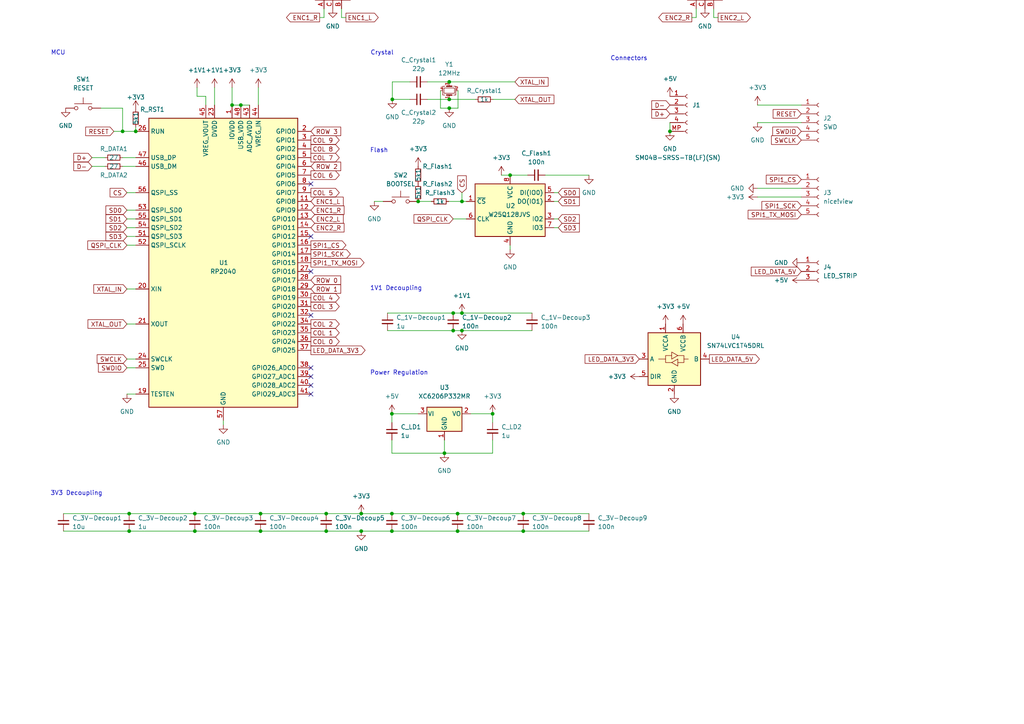
<source format=kicad_sch>
(kicad_sch (version 20250114) (generator "eeschema") (generator_version "9.0")
  (paper "A4")
  (text "Power Regulation\n" (at 107.315 108.966 0) (effects (font (size 1.27 1.27)) (justify left bottom)))
  (text "Flash" (at 107.315 44.45 0) (effects (font (size 1.27 1.27)) (justify left bottom)))
  (text "MCU" (at 14.732 16.129 0) (effects (font (size 1.27 1.27)) (justify left bottom)))
  (text "3V3 Decoupling" (at 14.605 143.891 0) (effects (font (size 1.27 1.27)) (justify left bottom)))
  (text "Connectors\n" (at 177.038 17.78 0) (effects (font (size 1.27 1.27)) (justify left bottom)))
  (text "1V1 Decoupling\n" (at 107.315 84.455 0) (effects (font (size 1.27 1.27)) (justify left bottom)))
  (text "Crystal\n" (at 107.442 16.129 0) (effects (font (size 1.27 1.27)) (justify left bottom)))
  (junction (at 132.715 148.971))
  (junction (at 113.665 148.971))
  (junction (at 67.31 30.48))
  (junction (at 118.11 -74.93))
  (junction (at 75.565 154.051))
  (junction (at 75.565 148.971))
  (junction (at 101.6 -67.31))
  (junction (at 166.37 -49.53))
  (junction (at 226.06 -39.37))
  (junction (at 37.465 148.971))
  (junction (at 204.47 -26.67))
  (junction (at 133.985 58.42))
  (junction (at 101.6 -49.53))
  (junction (at 132.715 154.051))
  (junction (at 74.93 -57.15))
  (junction (at 161.29 -57.15))
  (junction (at 226.06 -74.93))
  (junction (at 252.73 -67.31))
  (junction (at 96.52 -74.93))
  (junction (at 182.88 -57.15))
  (junction (at 94.615 148.971))
  (junction (at 130.302 28.829))
  (junction (at 194.31 38.1))
  (junction (at 147.955 50.8))
  (junction (at 226.06 -21.59))
  (junction (at 209.55 -67.31))
  (junction (at 182.88 -39.37))
  (junction (at 151.765 154.051))
  (junction (at 204.47 -39.37))
  (junction (at 139.7 -39.37))
  (junction (at 209.55 -49.53))
  (junction (at 139.7 -74.93))
  (junction (at 166.37 -85.09))
  (junction (at 58.42 -49.53))
  (junction (at 104.775 154.051))
  (junction (at 209.55 -85.09))
  (junction (at 133.985 90.805))
  (junction (at 58.42 -85.09))
  (junction (at 69.85 30.48))
  (junction (at 142.875 120.015))
  (junction (at 113.665 120.015))
  (junction (at 101.6 -85.09))
  (junction (at 96.52 -26.67))
  (junction (at 182.88 -74.93))
  (junction (at 56.515 148.971))
  (junction (at 74.93 -74.93))
  (junction (at 118.11 -57.15))
  (junction (at 74.93 -21.59))
  (junction (at 104.775 148.971))
  (junction (at 123.19 -85.09))
  (junction (at 139.7 -57.15))
  (junction (at 35.56 38.1))
  (junction (at 118.11 -39.37))
  (junction (at 161.29 -39.37))
  (junction (at 130.302 31.369))
  (junction (at 252.73 -85.09))
  (junction (at 166.37 -67.31))
  (junction (at 139.7 -21.59))
  (junction (at 161.29 -74.93))
  (junction (at 96.52 -57.15))
  (junction (at 39.37 38.1))
  (junction (at 131.445 95.885))
  (junction (at 96.52 -39.37))
  (junction (at 113.792 28.829))
  (junction (at 204.47 -21.59))
  (junction (at 187.96 -85.09))
  (junction (at 204.47 -57.15))
  (junction (at 187.96 -67.31))
  (junction (at 231.14 -85.09))
  (junction (at 130.302 23.749))
  (junction (at 128.905 131.445))
  (junction (at 151.765 148.971))
  (junction (at 209.55 -31.75))
  (junction (at 58.42 -67.31))
  (junction (at 144.78 -67.31))
  (junction (at 123.19 -67.31))
  (junction (at 231.14 -67.31))
  (junction (at 252.73 -49.53))
  (junction (at 80.01 -49.53))
  (junction (at 53.34 -39.37))
  (junction (at 94.615 154.051))
  (junction (at 37.465 154.051))
  (junction (at 161.29 -21.59))
  (junction (at 204.47 -74.93))
  (junction (at 144.78 -85.09))
  (junction (at 133.985 95.885))
  (junction (at 113.665 154.051))
  (junction (at 121.285 58.42))
  (junction (at 53.34 -21.59))
  (junction (at 80.01 -85.09))
  (junction (at 56.515 154.051))
  (junction (at 53.34 -74.93))
  (junction (at 101.6 -31.75))
  (junction (at 231.14 -49.53))
  (junction (at 53.34 -57.15))
  (junction (at 226.06 -57.15))
  (junction (at 74.93 -39.37))
  (junction (at 144.78 -49.53))
  (junction (at 131.445 90.805))
  (junction (at 96.52 -21.59))
  (junction (at 80.01 -67.31))
  (no_connect (at 90.17 91.44))
  (no_connect (at 90.17 68.58))
  (no_connect (at 90.17 106.68))
  (no_connect (at 90.17 109.22))
  (no_connect (at 90.17 78.74))
  (no_connect (at 90.17 53.34))
  (no_connect (at 90.17 111.76))
  (no_connect (at 90.17 114.3))
  (wire (pts (xy 132.842 31.369) (xy 130.302 31.369)))
  (wire (pts (xy 219.71 57.15) (xy 232.41 57.15)))
  (wire (pts (xy 37.465 148.971) (xy 56.515 148.971)))
  (wire (pts (xy 252.73 -85.09) (xy 252.73 -67.31)))
  (wire (pts (xy 45.72 -57.15) (xy 53.34 -57.15)))
  (wire (pts (xy 53.34 -21.59) (xy 74.93 -21.59)))
  (wire (pts (xy 57.15 25.4) (xy 57.15 27.94)))
  (wire (pts (xy 182.88 -74.93) (xy 204.47 -74.93)))
  (wire (pts (xy 67.31 25.4) (xy 67.31 30.48)))
  (wire (pts (xy 80.01 -85.09) (xy 80.01 -67.31)))
  (wire (pts (xy 136.525 120.015) (xy 142.875 120.015)))
  (wire (pts (xy 93.98 5.08) (xy 93.98 2.54)))
  (wire (pts (xy 18.415 148.971) (xy 37.465 148.971)))
  (wire (pts (xy 204.47 -57.15) (xy 226.06 -57.15)))
  (wire (pts (xy 127.762 31.369) (xy 130.302 31.369)))
  (wire (pts (xy 231.14 -49.53) (xy 231.14 -31.75)))
  (wire (pts (xy 118.11 -39.37) (xy 139.7 -39.37)))
  (wire (pts (xy 113.665 154.051) (xy 132.715 154.051)))
  (wire (pts (xy 62.23 25.4) (xy 62.23 30.48)))
  (wire (pts (xy 26.67 48.26) (xy 30.48 48.26)))
  (wire (pts (xy 104.775 148.971) (xy 113.665 148.971)))
  (wire (pts (xy 113.792 23.749) (xy 113.792 28.829)))
  (wire (pts (xy 182.88 -57.15) (xy 204.47 -57.15)))
  (wire (pts (xy 161.29 -74.93) (xy 182.88 -74.93)))
  (wire (pts (xy 130.302 28.829) (xy 137.922 28.829)))
  (wire (pts (xy 99.06 5.08) (xy 99.06 2.54)))
  (wire (pts (xy 187.96 -67.31) (xy 187.96 -49.53)))
  (wire (pts (xy 219.71 54.61) (xy 232.41 54.61)))
  (wire (pts (xy 204.47 -74.93) (xy 226.06 -74.93)))
  (wire (pts (xy 144.78 -49.53) (xy 144.78 -31.75)))
  (wire (pts (xy 35.56 31.369) (xy 35.56 38.1)))
  (wire (pts (xy 74.93 -74.93) (xy 96.52 -74.93)))
  (wire (pts (xy 139.7 -57.15) (xy 161.29 -57.15)))
  (wire (pts (xy 147.955 50.8) (xy 153.035 50.8)))
  (wire (pts (xy 131.445 90.805) (xy 133.985 90.805)))
  (wire (pts (xy 18.415 154.051) (xy 37.465 154.051)))
  (wire (pts (xy 113.792 23.749) (xy 118.872 23.749)))
  (wire (pts (xy 123.19 -67.31) (xy 123.19 -49.53)))
  (wire (pts (xy 131.445 63.5) (xy 135.255 63.5)))
  (wire (pts (xy 147.955 71.12) (xy 147.955 72.39)))
  (wire (pts (xy 74.93 -57.15) (xy 96.52 -57.15)))
  (wire (pts (xy 36.83 71.12) (xy 39.37 71.12)))
  (wire (pts (xy 132.715 148.971) (xy 151.765 148.971)))
  (wire (pts (xy 133.985 90.805) (xy 154.305 90.805)))
  (wire (pts (xy 209.55 -12.7) (xy 209.55 -31.75)))
  (wire (pts (xy 139.7 -21.59) (xy 161.29 -21.59)))
  (wire (pts (xy 231.14 -67.31) (xy 231.14 -49.53)))
  (wire (pts (xy 37.465 154.051) (xy 56.515 154.051)))
  (wire (pts (xy 94.615 148.971) (xy 104.775 148.971)))
  (wire (pts (xy 123.19 -85.09) (xy 123.19 -67.31)))
  (wire (pts (xy 75.565 148.971) (xy 94.615 148.971)))
  (wire (pts (xy 36.83 106.68) (xy 39.37 106.68)))
  (wire (pts (xy 113.665 120.015) (xy 121.285 120.015)))
  (wire (pts (xy 252.73 -67.31) (xy 252.73 -49.53)))
  (wire (pts (xy 45.72 -39.37) (xy 53.34 -39.37)))
  (wire (pts (xy 226.06 -21.59) (xy 247.65 -21.59)))
  (wire (pts (xy 204.47 -21.59) (xy 226.06 -21.59)))
  (wire (pts (xy 36.83 55.88) (xy 39.37 55.88)))
  (wire (pts (xy 101.6 -67.31) (xy 101.6 -49.53)))
  (wire (pts (xy 80.01 -49.53) (xy 80.01 -31.75)))
  (wire (pts (xy 226.06 -74.93) (xy 247.65 -74.93)))
  (wire (pts (xy 151.765 148.971) (xy 170.815 148.971)))
  (wire (pts (xy 36.83 83.82) (xy 39.37 83.82)))
  (wire (pts (xy 118.11 -74.93) (xy 139.7 -74.93)))
  (wire (pts (xy 133.985 55.88) (xy 133.985 58.42)))
  (wire (pts (xy 45.72 -21.59) (xy 53.34 -21.59)))
  (wire (pts (xy 91.44 -12.7) (xy 93.98 -12.7)))
  (wire (pts (xy 128.905 127.635) (xy 128.905 131.445)))
  (wire (pts (xy 123.952 23.749) (xy 130.302 23.749)))
  (wire (pts (xy 118.11 -57.15) (xy 139.7 -57.15)))
  (wire (pts (xy 104.775 154.051) (xy 113.665 154.051)))
  (wire (pts (xy 35.56 48.26) (xy 39.37 48.26)))
  (wire (pts (xy 209.55 -91.44) (xy 209.55 -85.09)))
  (wire (pts (xy 123.19 -91.44) (xy 123.19 -85.09)))
  (wire (pts (xy 201.93 5.08) (xy 201.93 2.54)))
  (wire (pts (xy 145.415 50.8) (xy 147.955 50.8)))
  (wire (pts (xy 58.42 -67.31) (xy 58.42 -49.53)))
  (wire (pts (xy 166.37 -67.31) (xy 166.37 -49.53)))
  (wire (pts (xy 142.875 122.555) (xy 142.875 120.015)))
  (wire (pts (xy 96.52 -57.15) (xy 118.11 -57.15)))
  (wire (pts (xy 58.42 -91.44) (xy 58.42 -85.09)))
  (wire (pts (xy 33.02 38.1) (xy 35.56 38.1)))
  (wire (pts (xy 108.585 58.42) (xy 111.125 58.42)))
  (wire (pts (xy 91.44 -12.7) (xy 91.44 -26.67)))
  (wire (pts (xy 182.88 -39.37) (xy 204.47 -39.37)))
  (wire (pts (xy 209.55 -85.09) (xy 209.55 -67.31)))
  (wire (pts (xy 139.7 -39.37) (xy 161.29 -39.37)))
  (wire (pts (xy 91.44 -26.67) (xy 96.52 -26.67)))
  (wire (pts (xy 67.31 30.48) (xy 69.85 30.48)))
  (wire (pts (xy 121.285 58.42) (xy 125.095 58.42)))
  (wire (pts (xy 160.655 58.42) (xy 161.925 58.42)))
  (wire (pts (xy 75.565 154.051) (xy 94.615 154.051)))
  (wire (pts (xy 187.96 -91.44) (xy 187.96 -85.09)))
  (wire (pts (xy 160.655 55.88) (xy 161.925 55.88)))
  (wire (pts (xy 58.42 -49.53) (xy 58.42 -31.75)))
  (wire (pts (xy 144.78 -91.44) (xy 144.78 -85.09)))
  (wire (pts (xy 199.39 -12.7) (xy 201.93 -12.7)))
  (wire (pts (xy 94.615 154.051) (xy 104.775 154.051)))
  (wire (pts (xy 69.85 30.48) (xy 72.39 30.48)))
  (wire (pts (xy 144.78 -85.09) (xy 144.78 -67.31)))
  (wire (pts (xy 219.71 35.56) (xy 232.41 35.56)))
  (wire (pts (xy 35.56 45.72) (xy 39.37 45.72)))
  (wire (pts (xy 131.445 95.885) (xy 133.985 95.885)))
  (wire (pts (xy 158.115 50.8) (xy 170.815 50.8)))
  (wire (pts (xy 130.302 23.749) (xy 149.352 23.749)))
  (wire (pts (xy 160.655 63.5) (xy 161.925 63.5)))
  (wire (pts (xy 80.01 -67.31) (xy 80.01 -49.53)))
  (wire (pts (xy 207.01 5.08) (xy 207.01 2.54)))
  (wire (pts (xy 209.55 -67.31) (xy 209.55 -49.53)))
  (wire (pts (xy 80.01 -91.44) (xy 80.01 -85.09)))
  (wire (pts (xy 45.72 -74.93) (xy 53.34 -74.93)))
  (wire (pts (xy 59.69 27.94) (xy 57.15 27.94)))
  (wire (pts (xy 53.34 -57.15) (xy 74.93 -57.15)))
  (wire (pts (xy 143.002 28.829) (xy 149.352 28.829)))
  (wire (pts (xy 207.01 -12.7) (xy 209.55 -12.7)))
  (wire (pts (xy 204.47 -39.37) (xy 226.06 -39.37)))
  (wire (pts (xy 36.83 60.96) (xy 39.37 60.96)))
  (wire (pts (xy 226.06 -39.37) (xy 247.65 -39.37)))
  (wire (pts (xy 101.6 -12.7) (xy 99.06 -12.7)))
  (wire (pts (xy 56.515 154.051) (xy 75.565 154.051)))
  (wire (pts (xy 59.69 30.48) (xy 59.69 27.94)))
  (wire (pts (xy 161.29 -39.37) (xy 182.88 -39.37)))
  (wire (pts (xy 194.31 35.56) (xy 194.31 38.1)))
  (wire (pts (xy 36.83 114.3) (xy 39.37 114.3)))
  (wire (pts (xy 53.34 -74.93) (xy 74.93 -74.93)))
  (wire (pts (xy 133.985 58.42) (xy 135.255 58.42)))
  (wire (pts (xy 36.83 66.04) (xy 39.37 66.04)))
  (wire (pts (xy 209.55 -49.53) (xy 209.55 -31.75)))
  (wire (pts (xy 199.39 -26.67) (xy 204.47 -26.67)))
  (wire (pts (xy 96.52 -74.93) (xy 118.11 -74.93)))
  (wire (pts (xy 112.395 95.885) (xy 131.445 95.885)))
  (wire (pts (xy 166.37 -49.53) (xy 166.37 -31.75)))
  (wire (pts (xy 226.06 -57.15) (xy 247.65 -57.15)))
  (wire (pts (xy 252.73 -91.44) (xy 252.73 -85.09)))
  (wire (pts (xy 36.83 104.14) (xy 39.37 104.14)))
  (wire (pts (xy 142.875 127.635) (xy 142.875 131.445)))
  (wire (pts (xy 113.792 28.829) (xy 118.872 28.829)))
  (wire (pts (xy 127.762 26.289) (xy 127.762 31.369)))
  (wire (pts (xy 112.395 90.805) (xy 131.445 90.805)))
  (wire (pts (xy 101.6 -49.53) (xy 101.6 -31.75)))
  (wire (pts (xy 208.28 5.08) (xy 207.01 5.08)))
  (wire (pts (xy 36.83 68.58) (xy 39.37 68.58)))
  (wire (pts (xy 56.515 148.971) (xy 75.565 148.971)))
  (wire (pts (xy 26.67 45.72) (xy 30.48 45.72)))
  (wire (pts (xy 101.6 -85.09) (xy 101.6 -67.31)))
  (wire (pts (xy 113.665 127.635) (xy 113.665 131.445)))
  (wire (pts (xy 139.7 -74.93) (xy 161.29 -74.93)))
  (wire (pts (xy 231.14 -91.44) (xy 231.14 -85.09)))
  (wire (pts (xy 35.56 38.1) (xy 39.37 38.1)))
  (wire (pts (xy 199.39 -12.7) (xy 199.39 -26.67)))
  (wire (pts (xy 132.842 26.289) (xy 132.842 31.369)))
  (wire (pts (xy 187.96 -85.09) (xy 187.96 -67.31)))
  (wire (pts (xy 96.52 -39.37) (xy 118.11 -39.37)))
  (wire (pts (xy 100.33 5.08) (xy 99.06 5.08)))
  (wire (pts (xy 128.905 131.445) (xy 142.875 131.445)))
  (wire (pts (xy 200.66 5.08) (xy 201.93 5.08)))
  (wire (pts (xy 219.71 30.48) (xy 232.41 30.48)))
  (wire (pts (xy 58.42 -85.09) (xy 58.42 -67.31)))
  (wire (pts (xy 101.6 -91.44) (xy 101.6 -85.09)))
  (wire (pts (xy 74.93 -21.59) (xy 96.52 -21.59)))
  (wire (pts (xy 53.34 -39.37) (xy 74.93 -39.37)))
  (wire (pts (xy 133.985 95.885) (xy 154.305 95.885)))
  (wire (pts (xy 113.665 148.971) (xy 132.715 148.971)))
  (wire (pts (xy 166.37 -91.44) (xy 166.37 -85.09)))
  (wire (pts (xy 130.175 58.42) (xy 133.985 58.42)))
  (wire (pts (xy 113.665 120.015) (xy 113.665 122.555)))
  (wire (pts (xy 101.6 -12.7) (xy 101.6 -31.75)))
  (wire (pts (xy 36.83 93.98) (xy 39.37 93.98)))
  (wire (pts (xy 252.73 -49.53) (xy 252.73 -31.75)))
  (wire (pts (xy 151.765 154.051) (xy 170.815 154.051)))
  (wire (pts (xy 96.52 -21.59) (xy 139.7 -21.59)))
  (wire (pts (xy 231.14 -85.09) (xy 231.14 -67.31)))
  (wire (pts (xy 74.93 25.4) (xy 74.93 30.48)))
  (wire (pts (xy 144.78 -67.31) (xy 144.78 -49.53)))
  (wire (pts (xy 29.21 31.369) (xy 35.56 31.369)))
  (wire (pts (xy 161.29 -57.15) (xy 182.88 -57.15)))
  (wire (pts (xy 36.83 63.5) (xy 39.37 63.5)))
  (wire (pts (xy 160.655 66.04) (xy 161.925 66.04)))
  (wire (pts (xy 113.665 131.445) (xy 128.905 131.445)))
  (wire (pts (xy 161.29 -21.59) (xy 204.47 -21.59)))
  (wire (pts (xy 74.93 -39.37) (xy 96.52 -39.37)))
  (wire (pts (xy 166.37 -85.09) (xy 166.37 -67.31)))
  (wire (pts (xy 64.77 121.92) (xy 64.77 123.19)))
  (wire (pts (xy 123.952 28.829) (xy 130.302 28.829)))
  (wire (pts (xy 39.37 36.83) (xy 39.37 38.1)))
  (wire (pts (xy 92.71 5.08) (xy 93.98 5.08)))
  (wire (pts (xy 132.715 154.051) (xy 151.765 154.051)))
  (global_label "SWDIO" (shape input) (at 36.83 106.68 180) (property "Intersheetrefs" "${INTERSHEET_REFS}" (effects (hide yes))))
  (global_label "COL 2" (shape input) (at 101.6 -91.44 90) (property "Intersheetrefs" "${INTERSHEET_REFS}" (effects (hide yes))))
  (global_label "XTAL_IN" (shape input) (at 36.83 83.82 180) (property "Intersheetrefs" "${INTERSHEET_REFS}" (effects (hide yes))))
  (global_label "COL 0" (shape input) (at 58.42 -91.44 90) (property "Intersheetrefs" "${INTERSHEET_REFS}" (effects (hide yes))))
  (global_label "SPI1_CS" (shape output) (at 90.17 71.12 0) (property "Intersheetrefs" "${INTERSHEET_REFS}" (effects (hide yes))))
  (global_label "QSPI_CLK" (shape input) (at 36.83 71.12 180) (property "Intersheetrefs" "${INTERSHEET_REFS}" (effects (hide yes))))
  (global_label "ROW 2" (shape input) (at 90.17 48.26 0) (property "Intersheetrefs" "${INTERSHEET_REFS}" (effects (hide yes))))
  (global_label "SWDIO" (shape input) (at 232.41 38.1 180) (property "Intersheetrefs" "${INTERSHEET_REFS}" (effects (hide yes))))
  (global_label "COL 6" (shape output) (at 90.17 50.8 0) (property "Intersheetrefs" "${INTERSHEET_REFS}" (effects (hide yes))))
  (global_label "SWCLK" (shape input) (at 232.41 40.64 180) (property "Intersheetrefs" "${INTERSHEET_REFS}" (effects (hide yes))))
  (global_label "D-" (shape input) (at 194.31 30.48 180) (property "Intersheetrefs" "${INTERSHEET_REFS}" (effects (hide yes))))
  (global_label "COL 3" (shape input) (at 123.19 -91.44 90) (property "Intersheetrefs" "${INTERSHEET_REFS}" (effects (hide yes))))
  (global_label "COL 4" (shape output) (at 90.17 86.36 0) (property "Intersheetrefs" "${INTERSHEET_REFS}" (effects (hide yes))))
  (global_label "SD1" (shape input) (at 161.925 58.42 0) (property "Intersheetrefs" "${INTERSHEET_REFS}" (effects (hide yes))))
  (global_label "D+" (shape input) (at 26.67 45.72 180) (property "Intersheetrefs" "${INTERSHEET_REFS}" (effects (hide yes))))
  (global_label "SPI1_SCK" (shape input) (at 232.41 59.69 180) (property "Intersheetrefs" "${INTERSHEET_REFS}" (effects (hide yes))))
  (global_label "ENC1_R" (shape output) (at 92.71 5.08 180) (property "Intersheetrefs" "${INTERSHEET_REFS}" (effects (hide yes))))
  (global_label "SD0" (shape input) (at 161.925 55.88 0) (property "Intersheetrefs" "${INTERSHEET_REFS}" (effects (hide yes))))
  (global_label "COL 3" (shape output) (at 90.17 88.9 0) (property "Intersheetrefs" "${INTERSHEET_REFS}" (effects (hide yes))))
  (global_label "SD3" (shape input) (at 161.925 66.04 0) (property "Intersheetrefs" "${INTERSHEET_REFS}" (effects (hide yes))))
  (global_label "COL 4" (shape input) (at 144.78 -91.44 90) (property "Intersheetrefs" "${INTERSHEET_REFS}" (effects (hide yes))))
  (global_label "SWCLK" (shape input) (at 36.83 104.14 180) (property "Intersheetrefs" "${INTERSHEET_REFS}" (effects (hide yes))))
  (global_label "ENC2_R" (shape output) (at 200.66 5.08 180) (property "Intersheetrefs" "${INTERSHEET_REFS}" (effects (hide yes))))
  (global_label "RESET" (shape input) (at 33.02 38.1 180) (property "Intersheetrefs" "${INTERSHEET_REFS}" (effects (hide yes))))
  (global_label "SPI1_TX_MOSI" (shape output) (at 90.17 76.2 0) (property "Intersheetrefs" "${INTERSHEET_REFS}" (effects (hide yes))))
  (global_label "SD3" (shape input) (at 36.83 68.58 180) (property "Intersheetrefs" "${INTERSHEET_REFS}" (effects (hide yes))))
  (global_label "COL 1" (shape input) (at 80.01 -91.44 90) (property "Intersheetrefs" "${INTERSHEET_REFS}" (effects (hide yes))))
  (global_label "ENC1_L" (shape output) (at 100.33 5.08 0) (property "Intersheetrefs" "${INTERSHEET_REFS}" (effects (hide yes))))
  (global_label "COL 6" (shape input) (at 187.96 -91.44 90) (property "Intersheetrefs" "${INTERSHEET_REFS}" (effects (hide yes))))
  (global_label "ENC2_L" (shape output) (at 208.28 5.08 0) (property "Intersheetrefs" "${INTERSHEET_REFS}" (effects (hide yes))))
  (global_label "SPI1_CS" (shape input) (at 232.41 52.07 180) (property "Intersheetrefs" "${INTERSHEET_REFS}" (effects (hide yes))))
  (global_label "LED_DATA_5V" (shape input) (at 232.41 78.74 180) (property "Intersheetrefs" "${INTERSHEET_REFS}" (effects (hide yes))))
  (global_label "LED_DATA_5V" (shape output) (at 205.74 104.14 0) (property "Intersheetrefs" "${INTERSHEET_REFS}" (effects (hide yes))))
  (global_label "ROW 0" (shape output) (at 45.72 -74.93 180) (property "Intersheetrefs" "${INTERSHEET_REFS}" (effects (hide yes))))
  (global_label "XTAL_OUT" (shape input) (at 36.83 93.98 180) (property "Intersheetrefs" "${INTERSHEET_REFS}" (effects (hide yes))))
  (global_label "SD1" (shape input) (at 36.83 63.5 180) (property "Intersheetrefs" "${INTERSHEET_REFS}" (effects (hide yes))))
  (global_label "ROW 2" (shape output) (at 45.72 -39.37 180) (property "Intersheetrefs" "${INTERSHEET_REFS}" (effects (hide yes))))
  (global_label "ROW 1" (shape input) (at 90.17 83.82 0) (property "Intersheetrefs" "${INTERSHEET_REFS}" (effects (hide yes))))
  (global_label "SD0" (shape input) (at 36.83 60.96 180) (property "Intersheetrefs" "${INTERSHEET_REFS}" (effects (hide yes))))
  (global_label "COL 5" (shape input) (at 166.37 -91.44 90) (property "Intersheetrefs" "${INTERSHEET_REFS}" (effects (hide yes))))
  (global_label "COL 8" (shape input) (at 231.14 -91.44 90) (property "Intersheetrefs" "${INTERSHEET_REFS}" (effects (hide yes))))
  (global_label "D+" (shape input) (at 194.31 33.02 180) (property "Intersheetrefs" "${INTERSHEET_REFS}" (effects (hide yes))))
  (global_label "SPI1_TX_MOSI" (shape input) (at 232.41 62.23 180) (property "Intersheetrefs" "${INTERSHEET_REFS}" (effects (hide yes))))
  (global_label "COL 9" (shape output) (at 90.17 40.64 0) (property "Intersheetrefs" "${INTERSHEET_REFS}" (effects (hide yes))))
  (global_label "ROW 0" (shape input) (at 90.17 81.28 0) (property "Intersheetrefs" "${INTERSHEET_REFS}" (effects (hide yes))))
  (global_label "COL 7" (shape input) (at 209.55 -91.44 90) (property "Intersheetrefs" "${INTERSHEET_REFS}" (effects (hide yes))))
  (global_label "ROW 3" (shape input) (at 90.17 38.1 0) (property "Intersheetrefs" "${INTERSHEET_REFS}" (effects (hide yes))))
  (global_label "COL 8" (shape output) (at 90.17 43.18 0) (property "Intersheetrefs" "${INTERSHEET_REFS}" (effects (hide yes))))
  (global_label "ENC2_R" (shape input) (at 90.17 66.04 0) (property "Intersheetrefs" "${INTERSHEET_REFS}" (effects (hide yes))))
  (global_label "COL 1" (shape output) (at 90.17 96.52 0) (property "Intersheetrefs" "${INTERSHEET_REFS}" (effects (hide yes))))
  (global_label "ENC1_R" (shape input) (at 90.17 60.96 0) (property "Intersheetrefs" "${INTERSHEET_REFS}" (effects (hide yes))))
  (global_label "COL 2" (shape output) (at 90.17 93.98 0) (property "Intersheetrefs" "${INTERSHEET_REFS}" (effects (hide yes))))
  (global_label "XTAL_IN" (shape input) (at 149.352 23.749 0) (property "Intersheetrefs" "${INTERSHEET_REFS}" (effects (hide yes))))
  (global_label "COL 0" (shape output) (at 90.17 99.06 0) (property "Intersheetrefs" "${INTERSHEET_REFS}" (effects (hide yes))))
  (global_label "SD2" (shape input) (at 161.925 63.5 0) (property "Intersheetrefs" "${INTERSHEET_REFS}" (effects (hide yes))))
  (global_label "ROW 3" (shape output) (at 45.72 -21.59 180) (property "Intersheetrefs" "${INTERSHEET_REFS}" (effects (hide yes))))
  (global_label "RESET" (shape input) (at 232.41 33.02 180) (property "Intersheetrefs" "${INTERSHEET_REFS}" (effects (hide yes))))
  (global_label "SPI1_SCK" (shape output) (at 90.17 73.66 0) (property "Intersheetrefs" "${INTERSHEET_REFS}" (effects (hide yes))))
  (global_label "QSPI_CLK" (shape input) (at 131.445 63.5 180) (property "Intersheetrefs" "${INTERSHEET_REFS}" (effects (hide yes))))
  (global_label "D-" (shape input) (at 26.67 48.26 180) (property "Intersheetrefs" "${INTERSHEET_REFS}" (effects (hide yes))))
  (global_label "SD2" (shape input) (at 36.83 66.04 180) (property "Intersheetrefs" "${INTERSHEET_REFS}" (effects (hide yes))))
  (global_label "CS" (shape input) (at 36.83 55.88 180) (property "Intersheetrefs" "${INTERSHEET_REFS}" (effects (hide yes))))
  (global_label "LED_DATA_3V3" (shape output) (at 90.17 101.6 0) (property "Intersheetrefs" "${INTERSHEET_REFS}" (effects (hide yes))))
  (global_label "COL 7" (shape output) (at 90.17 45.72 0) (property "Intersheetrefs" "${INTERSHEET_REFS}" (effects (hide yes))))
  (global_label "XTAL_OUT" (shape input) (at 149.352 28.829 0) (property "Intersheetrefs" "${INTERSHEET_REFS}" (effects (hide yes))))
  (global_label "CS" (shape input) (at 133.985 55.88 90) (property "Intersheetrefs" "${INTERSHEET_REFS}" (effects (hide yes))))
  (global_label "COL 5" (shape output) (at 90.17 55.88 0) (property "Intersheetrefs" "${INTERSHEET_REFS}" (effects (hide yes))))
  (global_label "COL 9" (shape input) (at 252.73 -91.44 90) (property "Intersheetrefs" "${INTERSHEET_REFS}" (effects (hide yes))))
  (global_label "ENC2_L" (shape input) (at 90.17 63.5 0) (property "Intersheetrefs" "${INTERSHEET_REFS}" (effects (hide yes))))
  (global_label "ROW 1" (shape output) (at 45.72 -57.15 180) (property "Intersheetrefs" "${INTERSHEET_REFS}" (effects (hide yes))))
  (global_label "LED_DATA_3V3" (shape input) (at 185.42 104.14 180) (property "Intersheetrefs" "${INTERSHEET_REFS}" (effects (hide yes))))
  (global_label "ENC1_L" (shape input) (at 90.17 58.42 0) (property "Intersheetrefs" "${INTERSHEET_REFS}" (effects (hide yes))))
  (symbol (lib_id "MX_Alps_Hybrid:MX-NoLED") (at 162.56 -48.26 0) (unit 1)
    (property "Reference" "MX24" (at 163.3982 -53.9242 0) (effects (font (size 1.524 1.524))))
    (property "Value" "MX-NoLED" (at 163.3982 -52.0446 0) (effects (font (size 0.508 0.508))))
    (property "Footprint" "PCM_Switch_Keyboard_Hybrid:SW_Hybrid_Cherry_MX_Alps_1.00u" (effects (hide yes)))
  )
  (symbol (lib_id "Device:C_Small") (at 112.395 93.345 0) (unit 1)
    (property "Reference" "C_1V-Decoup1" (at 114.935 92.0812 0) (effects (justify left)))
    (property "Value" "1u" (at 114.935 94.6212 0) (effects (justify left)))
    (property "Footprint" "Capacitor_SMD:C_0402_1005Metric" (effects (hide yes)))
  )
  (symbol (lib_id "Device:D_Small") (at 53.34 -77.47 90) (unit 1)
    (property "Reference" "D1" (at 55.88 -78.74 90) (effects (justify right)))
    (property "Value" "1N4148W" (at 55.88 -76.2 90) (effects (justify right)))
    (property "Footprint" "Diode_SMD:D_SOD-123" (effects (hide yes)))
  )
  (symbol (lib_id "power:GND") (at 108.585 58.42 0) (unit 1)
    (property "Reference" "#PWR09" (effects (hide yes)))
    (property "Value" "GND" (at 108.585 63.5 0))
  )
  (symbol (lib_id "Device:D_Small") (at 139.7 -59.69 90) (unit 1)
    (property "Reference" "D15" (at 142.24 -60.96 90) (effects (justify right)))
    (property "Value" "1N4148W" (at 142.24 -58.42 90) (effects (justify right)))
    (property "Footprint" "Diode_SMD:D_SOD-123" (effects (hide yes)))
  )
  (symbol (lib_id "Device:D_Small") (at 226.06 -24.13 90) (unit 1)
    (property "Reference" "D35" (at 228.6 -25.4 90) (effects (justify right)))
    (property "Value" "1N4148W" (at 228.6 -22.86 90) (effects (justify right)))
    (property "Footprint" "Diode_SMD:D_SOD-123" (effects (hide yes)))
  )
  (symbol (lib_id "Device:C_Small") (at 121.412 23.749 90) (unit 1)
    (property "Reference" "C_Crystal1" (at 121.4183 17.399 90))
    (property "Value" "22p" (at 121.4183 19.939 90))
    (property "Footprint" "Capacitor_SMD:C_0402_1005Metric" (effects (hide yes)))
  )
  (symbol (lib_id "MX_Alps_Hybrid:MX-NoLED") (at 227.33 -83.82 0) (unit 1)
    (property "Reference" "MX9" (at 228.1682 -89.4842 0) (effects (font (size 1.524 1.524))))
    (property "Value" "MX-NoLED" (at 228.1682 -87.6046 0) (effects (font (size 0.508 0.508))))
    (property "Footprint" "PCM_Switch_Keyboard_Hybrid:SW_Hybrid_Cherry_MX_Alps_1.00u" (effects (hide yes)))
  )
  (symbol (lib_id "MX_Alps_Hybrid:MX-NoLED") (at 205.74 -83.82 0) (unit 1)
    (property "Reference" "MX8" (at 206.5782 -89.4842 0) (effects (font (size 1.524 1.524))))
    (property "Value" "MX-NoLED" (at 206.5782 -87.6046 0) (effects (font (size 0.508 0.508))))
    (property "Footprint" "PCM_Switch_Keyboard_Hybrid:SW_Hybrid_Cherry_MX_Alps_1.00u" (effects (hide yes)))
  )
  (symbol (lib_id "power:+1V1") (at 133.985 90.805 0) (unit 1)
    (property "Reference" "#PWR013" (effects (hide yes)))
    (property "Value" "+1V1" (at 133.985 85.725 0))
  )
  (symbol (lib_id "power:+5V") (at 198.12 93.98 0) (unit 1)
    (property "Reference" "#PWR034" (effects (hide yes)))
    (property "Value" "+5V" (at 198.12 88.9 0))
  )
  (symbol (lib_id "Device:D_Small") (at 139.7 -24.13 90) (unit 1)
    (property "Reference" "D32" (at 142.24 -25.4 90) (effects (justify right)))
    (property "Value" "1N4148W" (at 142.24 -22.86 90) (effects (justify right)))
    (property "Footprint" "Diode_SMD:D_SOD-123" (effects (hide yes)))
  )
  (symbol (lib_id "Device:D_Small") (at 204.47 -59.69 90) (unit 1)
    (property "Reference" "D18" (at 207.01 -60.96 90) (effects (justify right)))
    (property "Value" "1N4148W" (at 207.01 -58.42 90) (effects (justify right)))
    (property "Footprint" "Diode_SMD:D_SOD-123" (effects (hide yes)))
  )
  (symbol (lib_id "Device:C_Small") (at 154.305 93.345 0) (unit 1)
    (property "Reference" "C_1V-Decoup3" (at 156.845 92.0813 0) (effects (justify left)))
    (property "Value" "100n" (at 156.845 94.6213 0) (effects (justify left)))
    (property "Footprint" "Capacitor_SMD:C_0402_1005Metric" (effects (hide yes)))
  )
  (symbol (lib_id "power:+3V3") (at 39.37 31.75 0) (unit 1)
    (property "Reference" "#PWR03" (effects (hide yes)))
    (property "Value" "+3V3" (at 39.37 28.194 0))
  )
  (symbol (lib_id "MX_Alps_Hybrid:MX-NoLED") (at 119.38 -83.82 0) (unit 1)
    (property "Reference" "MX4" (at 120.2182 -89.4842 0) (effects (font (size 1.524 1.524))))
    (property "Value" "MX-NoLED" (at 120.2182 -87.6046 0) (effects (font (size 0.508 0.508))))
    (property "Footprint" "PCM_Switch_Keyboard_Hybrid:SW_Hybrid_Cherry_MX_Alps_1.00u" (effects (hide yes)))
  )
  (symbol (lib_id "MX_Alps_Hybrid:MX-NoLED") (at 54.61 -30.48 0) (unit 1)
    (property "Reference" "MX29" (at 55.4482 -36.1442 0) (effects (font (size 1.524 1.524))))
    (property "Value" "MX-NoLED" (at 55.4482 -34.2646 0) (effects (font (size 0.508 0.508))))
    (property "Footprint" "PCM_Switch_Keyboard_Hybrid:SW_Hybrid_Cherry_MX_Alps_1.00u" (effects (hide yes)))
  )
  (symbol (lib_id "Device:D_Small") (at 204.47 -24.13 90) (unit 1)
    (property "Reference" "D34" (at 207.01 -25.4 90) (effects (justify right)))
    (property "Value" "1N4148W" (at 207.01 -22.86 90) (effects (justify right)))
    (property "Footprint" "Diode_SMD:D_SOD-123" (effects (hide yes)))
  )
  (symbol (lib_id "Connector:Conn_01x03_Socket") (at 237.49 78.74 0) (unit 1)
    (property "Reference" "J4" (at 238.76 77.4699 0) (effects (justify left)))
    (property "Value" "LED_STRIP" (at 238.76 80.0099 0) (effects (justify left)))
    (property "Footprint" "Connector_PinHeader_2.54mm:PinHeader_1x03_P2.54mm_Vertical" (effects (hide yes)))
    (property "Description" "Generic connector, single row, 01x03, script generated" (effects (hide yes)))
  )
  (symbol (lib_id "Connector:Conn_01x05_Female") (at 237.49 35.56 0) (unit 1) (in_bom no)
    (property "Reference" "J2" (at 238.76 34.2899 0) (effects (justify left)))
    (property "Value" "SWD" (at 238.76 36.8299 0) (effects (justify left)))
    (property "Footprint" "Connector_PinHeader_2.54mm:PinHeader_1x05_P2.54mm_Vertical" (effects (hide yes)))
  )
  (symbol (lib_id "Device:D_Small") (at 161.29 -24.13 90) (unit 1)
    (property "Reference" "D33" (at 163.83 -25.4 90) (effects (justify right)))
    (property "Value" "1N4148W" (at 163.83 -22.86 90) (effects (justify right)))
    (property "Footprint" "Diode_SMD:D_SOD-123" (effects (hide yes)))
  )
  (symbol (lib_id "Device:R_Small") (at 140.462 28.829 90) (unit 1)
    (property "Reference" "R_Crystal1" (at 140.462 26.289 90))
    (property "Value" "1k" (at 140.462 28.829 90))
    (property "Footprint" "Resistor_SMD:R_0402_1005Metric" (effects (hide yes)))
  )
  (symbol (lib_id "MX_Alps_Hybrid:MX-NoLED") (at 162.56 -83.82 0) (unit 1)
    (property "Reference" "MX6" (at 163.3982 -89.4842 0) (effects (font (size 1.524 1.524))))
    (property "Value" "MX-NoLED" (at 163.3982 -87.6046 0) (effects (font (size 0.508 0.508))))
    (property "Footprint" "PCM_Switch_Keyboard_Hybrid:SW_Hybrid_Cherry_MX_Alps_1.00u" (effects (hide yes)))
  )
  (symbol (lib_id "Device:D_Small") (at 204.47 -41.91 90) (unit 1)
    (property "Reference" "D26" (at 207.01 -43.18 90) (effects (justify right)))
    (property "Value" "1N4148W" (at 207.01 -40.64 90) (effects (justify right)))
    (property "Footprint" "Diode_SMD:D_SOD-123" (effects (hide yes)))
  )
  (symbol (lib_id "power:GND") (at 195.58 114.3 0) (unit 1)
    (property "Reference" "#PWR032" (effects (hide yes)))
    (property "Value" "GND" (at 195.58 119.38 0))
  )
  (symbol (lib_id "Device:D_Small") (at 96.52 -59.69 90) (unit 1)
    (property "Reference" "D13" (at 99.06 -60.96 90) (effects (justify right)))
    (property "Value" "1N4148W" (at 99.06 -58.42 90) (effects (justify right)))
    (property "Footprint" "Diode_SMD:D_SOD-123" (effects (hide yes)))
  )
  (symbol (lib_id "Device:R_Small") (at 33.02 45.72 90) (unit 1)
    (property "Reference" "R_DATA1" (at 33.02 43.18 90))
    (property "Value" "27" (at 33.02 45.72 90))
    (property "Footprint" "Resistor_SMD:R_0402_1005Metric" (effects (hide yes)))
  )
  (symbol (lib_id "Device:R_Small") (at 121.285 50.8 0) (unit 1)
    (property "Reference" "R_Flash1" (at 122.555 48.26 0) (effects (justify left)))
    (property "Value" "5k1" (at 121.285 50.8 90))
    (property "Footprint" "Resistor_SMD:R_0402_1005Metric" (effects (hide yes)))
  )
  (symbol (lib_id "MX_Alps_Hybrid:MX-NoLED") (at 54.61 -48.26 0) (unit 1)
    (property "Reference" "MX20" (at 55.4482 -53.9242 0) (effects (font (size 1.524 1.524))))
    (property "Value" "MX-NoLED" (at 55.4482 -52.0446 0) (effects (font (size 0.508 0.508))))
    (property "Footprint" "PCM_Switch_Keyboard_Hybrid:SW_Hybrid_Cherry_MX_Alps_1.00u" (effects (hide yes)))
  )
  (symbol (lib_id "power:+1V1") (at 57.15 25.4 0) (unit 1)
    (property "Reference" "#PWR04" (effects (hide yes)))
    (property "Value" "+1V1" (at 57.15 20.32 0))
  )
  (symbol (lib_id "Device:D_Small") (at 74.93 -77.47 90) (unit 1)
    (property "Reference" "D2" (at 77.47 -78.74 90) (effects (justify right)))
    (property "Value" "1N4148W" (at 77.47 -76.2 90) (effects (justify right)))
    (property "Footprint" "Diode_SMD:D_SOD-123" (effects (hide yes)))
  )
  (symbol (lib_id "Device:D_Small") (at 74.93 -24.13 90) (unit 1)
    (property "Reference" "D30" (at 77.47 -25.4 90) (effects (justify right)))
    (property "Value" "1N4148W" (at 77.47 -22.86 90) (effects (justify right)))
    (property "Footprint" "Diode_SMD:D_SOD-123" (effects (hide yes)))
  )
  (symbol (lib_id "MX_Alps_Hybrid:MX-NoLED") (at 248.92 -30.48 0) (unit 1)
    (property "Reference" "MX36" (at 249.7582 -36.1442 0) (effects (font (size 1.524 1.524))))
    (property "Value" "MX-NoLED" (at 249.7582 -34.2646 0) (effects (font (size 0.508 0.508))))
    (property "Footprint" "PCM_Switch_Keyboard_Hybrid:SW_Hybrid_Cherry_MX_Alps_1.00u" (effects (hide yes)))
  )
  (symbol (lib_id "Device:D_Small") (at 96.52 -77.47 90) (unit 1)
    (property "Reference" "D3" (at 99.06 -78.74 90) (effects (justify right)))
    (property "Value" "1N4148W" (at 99.06 -76.2 90) (effects (justify right)))
    (property "Footprint" "Diode_SMD:D_SOD-123" (effects (hide yes)))
  )
  (symbol (lib_id "power:GND") (at 130.302 31.369 0) (unit 1)
    (property "Reference" "#PWR012" (effects (hide yes)))
    (property "Value" "GND" (at 130.302 36.449 0))
  )
  (symbol (lib_id "Device:C_Small") (at 113.665 151.511 0) (unit 1)
    (property "Reference" "C_3V-Decoup6" (at 116.205 150.2473 0) (effects (justify left)))
    (property "Value" "100n" (at 116.205 152.7873 0) (effects (justify left)))
    (property "Footprint" "Capacitor_SMD:C_0402_1005Metric" (effects (hide yes)))
  )
  (symbol (lib_id "Device:D_Small") (at 226.06 -41.91 90) (unit 1)
    (property "Reference" "D27" (at 228.6 -43.18 90) (effects (justify right)))
    (property "Value" "1N4148W" (at 228.6 -40.64 90) (effects (justify right)))
    (property "Footprint" "Diode_SMD:D_SOD-123" (effects (hide yes)))
  )
  (symbol (lib_id "power:+3V3") (at 104.775 148.971 0) (unit 1)
    (property "Reference" "#PWR021" (effects (hide yes)))
    (property "Value" "+3V3" (at 104.775 143.891 0))
  )
  (symbol (lib_id "Device:C_Small") (at 131.445 93.345 0) (unit 1)
    (property "Reference" "C_1V-Decoup2" (at 133.985 92.0813 0) (effects (justify left)))
    (property "Value" "100n" (at 133.985 94.6213 0) (effects (justify left)))
    (property "Footprint" "Capacitor_SMD:C_0402_1005Metric" (effects (hide yes)))
  )
  (symbol (lib_id "power:GND") (at 133.985 95.885 0) (unit 1)
    (property "Reference" "#PWR014" (effects (hide yes)))
    (property "Value" "GND" (at 133.985 100.965 0))
  )
  (symbol (lib_id "power:+1V1") (at 62.23 25.4 0) (unit 1)
    (property "Reference" "#PWR05" (effects (hide yes)))
    (property "Value" "+1V1" (at 62.23 20.32 0))
  )
  (symbol (lib_id "Device:C_Small") (at 113.665 125.095 0) (unit 1)
    (property "Reference" "C_LD1" (at 116.205 123.8312 0) (effects (justify left)))
    (property "Value" "1u" (at 116.205 126.3712 0) (effects (justify left)))
    (property "Footprint" "Capacitor_SMD:C_0402_1005Metric" (effects (hide yes)))
  )
  (symbol (lib_id "Device:D_Small") (at 118.11 -59.69 90) (unit 1)
    (property "Reference" "D14" (at 120.65 -60.96 90) (effects (justify right)))
    (property "Value" "1N4148W" (at 120.65 -58.42 90) (effects (justify right)))
    (property "Footprint" "Diode_SMD:D_SOD-123" (effects (hide yes)))
  )
  (symbol (lib_id "power:+3V3") (at 142.875 120.015 0) (unit 1)
    (property "Reference" "#PWR026" (effects (hide yes)))
    (property "Value" "+3V3" (at 142.875 114.935 0))
  )
  (symbol (lib_id "Device:D_Small") (at 226.06 -59.69 90) (unit 1)
    (property "Reference" "D37" (at 228.6 -60.96 90) (effects (justify right)))
    (property "Value" "1N4148W" (at 228.6 -58.42 90) (effects (justify right)))
    (property "Footprint" "Diode_SMD:D_SOD-123" (effects (hide yes)))
  )
  (symbol (lib_id "power:GND") (at 147.955 72.39 0) (unit 1)
    (property "Reference" "#PWR016" (effects (hide yes)))
    (property "Value" "GND" (at 147.955 77.47 0))
  )
  (symbol (lib_id "Device:R_Small") (at 121.285 55.88 0) (unit 1)
    (property "Reference" "R_Flash2" (at 122.555 53.34 0) (effects (justify left)))
    (property "Value" "5k1" (at 121.285 55.88 90))
    (property "Footprint" "Resistor_SMD:R_0402_1005Metric" (effects (hide yes)))
  )
  (symbol (lib_id "power:+3V3") (at 67.31 25.4 0) (unit 1)
    (property "Reference" "#PWR07" (effects (hide yes)))
    (property "Value" "+3V3" (at 67.31 20.32 0))
  )
  (symbol (lib_id "Device:R_Small") (at 39.37 34.29 0) (unit 1)
    (property "Reference" "R_RST1" (at 40.64 31.75 0) (effects (justify left)))
    (property "Value" "5k1" (at 39.37 34.29 90))
    (property "Footprint" "Resistor_SMD:R_0402_1005Metric" (effects (hide yes)))
  )
  (symbol (lib_id "Device:D_Small") (at 118.11 -41.91 90) (unit 1)
    (property "Reference" "D22" (at 120.65 -43.18 90) (effects (justify right)))
    (property "Value" "1N4148W" (at 120.65 -40.64 90) (effects (justify right)))
    (property "Footprint" "Diode_SMD:D_SOD-123" (effects (hide yes)))
  )
  (symbol (lib_id "Device:D_Small") (at 182.88 -59.69 90) (unit 1)
    (property "Reference" "D17" (at 185.42 -60.96 90) (effects (justify right)))
    (property "Value" "1N4148W" (at 185.42 -58.42 90) (effects (justify right)))
    (property "Footprint" "Diode_SMD:D_SOD-123" (effects (hide yes)))
  )
  (symbol (lib_id "MX_Alps_Hybrid:MX-NoLED") (at 205.74 -48.26 0) (unit 1)
    (property "Reference" "MX26" (at 206.5782 -53.9242 0) (effects (font (size 1.524 1.524))))
    (property "Value" "MX-NoLED" (at 206.5782 -52.0446 0) (effects (font (size 0.508 0.508))))
    (property "Footprint" "PCM_Switch_Keyboard_Hybrid:SW_Hybrid_Cherry_MX_Alps_1.00u" (effects (hide yes)))
  )
  (symbol (lib_id "MX_Alps_Hybrid:MX-NoLED") (at 97.79 -83.82 0) (unit 1)
    (property "Reference" "MX3" (at 98.6282 -89.4842 0) (effects (font (size 1.524 1.524))))
    (property "Value" "MX-NoLED" (at 98.6282 -87.6046 0) (effects (font (size 0.508 0.508))))
    (property "Footprint" "PCM_Switch_Keyboard_Hybrid:SW_Hybrid_Cherry_MX_Alps_1.00u" (effects (hide yes)))
  )
  (symbol (lib_id "MX_Alps_Hybrid:MX-NoLED") (at 184.15 -66.04 0) (unit 1)
    (property "Reference" "MX17" (at 184.9882 -71.7042 0) (effects (font (size 1.524 1.524))))
    (property "Value" "MX-NoLED" (at 184.9882 -69.8246 0) (effects (font (size 0.508 0.508))))
    (property "Footprint" "PCM_Switch_Keyboard_Hybrid:SW_Hybrid_Cherry_MX_Alps_1.00u" (effects (hide yes)))
  )
  (symbol (lib_id "Device:D_Small") (at 139.7 -41.91 90) (unit 1)
    (property "Reference" "D23" (at 142.24 -43.18 90) (effects (justify right)))
    (property "Value" "1N4148W" (at 142.24 -40.64 90) (effects (justify right)))
    (property "Footprint" "Diode_SMD:D_SOD-123" (effects (hide yes)))
  )
  (symbol (lib_id "Device:D_Small") (at 139.7 -77.47 90) (unit 1)
    (property "Reference" "D5" (at 142.24 -78.74 90) (effects (justify right)))
    (property "Value" "1N4148W" (at 142.24 -76.2 90) (effects (justify right)))
    (property "Footprint" "Diode_SMD:D_SOD-123" (effects (hide yes)))
  )
  (symbol (lib_id "power:GND") (at 113.792 28.829 0) (unit 1)
    (property "Reference" "#PWR010" (effects (hide yes)))
    (property "Value" "GND" (at 113.792 33.909 0))
  )
  (symbol (lib_id "MX_Alps_Hybrid:MX-NoLED") (at 97.79 -48.26 0) (unit 1)
    (property "Reference" "MX21" (at 98.6282 -53.9242 0) (effects (font (size 1.524 1.524))))
    (property "Value" "MX-NoLED" (at 98.6282 -52.0446 0) (effects (font (size 0.508 0.508))))
    (property "Footprint" "PCM_Switch_Keyboard_Hybrid:SW_Hybrid_Cherry_MX_Alps_1.00u" (effects (hide yes)))
  )
  (symbol (lib_id "Switch:SW_Push") (at 116.205 58.42 0) (unit 1)
    (property "Reference" "SW2" (at 116.205 50.8 0))
    (property "Value" "BOOTSEL" (at 116.205 53.34 0))
    (property "Footprint" "Button_Switch_SMD:SW_SPST_TL3342" (effects (hide yes)))
    (property "LCSC" "C318884" (effects (hide yes)))
  )
  (symbol (lib_id "power:GND") (at 232.41 76.2 270) (unit 1)
    (property "Reference" "#PWR030" (effects (hide yes)))
    (property "Value" "GND" (at 228.6 76.1999 90) (effects (justify right)))
  )
  (symbol (lib_id "Connector:Conn_01x04_Female") (at 199.39 30.48 0) (unit 1)
    (property "Reference" "J1" (at 200.787 30.48 0) (effects (justify left)))
    (property "Value" "SM04B-SRSS-TB(LF)(SN)" (at 184.15 45.72 0) (effects (justify left)))
    (property "Footprint" "Connector_JST:JST_SH_SM04B-SRSS-TB_1x04-1MP_P1.00mm_Horizontal" (effects (hide yes)))
    (property "LCSC" "C160404" (effects (hide yes)))
  )
  (symbol (lib_id "Device:D_Small") (at 247.65 -77.47 90) (unit 1)
    (property "Reference" "D10" (at 250.19 -78.74 90) (effects (justify right)))
    (property "Value" "1N4148W" (at 250.19 -76.2 90) (effects (justify right)))
    (property "Footprint" "Diode_SMD:D_SOD-123" (effects (hide yes)))
  )
  (symbol (lib_id "MX_Alps_Hybrid:MX-NoLED") (at 162.56 -66.04 0) (unit 1)
    (property "Reference" "MX16" (at 163.3982 -71.7042 0) (effects (font (size 1.524 1.524))))
    (property "Value" "MX-NoLED" (at 163.3982 -69.8246 0) (effects (font (size 0.508 0.508))))
    (property "Footprint" "PCM_Switch_Keyboard_Hybrid:SW_Hybrid_Cherry_MX_Alps_1.00u" (effects (hide yes)))
  )
  (symbol (lib_id "Device:RotaryEncoder_Switch") (at 96.52 -5.08 90) (unit 1)
    (property "Reference" "ENC1" (at 102.87 -6.3501 90) (effects (justify right)))
    (property "Value" "RotaryEncoder_Switch" (at 102.87 -3.8101 90) (effects (justify right)))
    (property "Footprint" "PCM_marbastlib-various:ROT_Alps_EC11E-Switch" (effects (hide yes)))
    (property "Description" "Rotary encoder, dual channel, incremental quadrate outputs, with switch" (effects (hide yes)))
  )
  (symbol (lib_id "Device:C_Small") (at 170.815 151.511 0) (unit 1)
    (property "Reference" "C_3V-Decoup9" (at 173.355 150.2473 0) (effects (justify left)))
    (property "Value" "100n" (at 173.355 152.7873 0) (effects (justify left)))
    (property "Footprint" "Capacitor_SMD:C_0402_1005Metric" (effects (hide yes)))
  )
  (symbol (lib_id "MX_Alps_Hybrid:MX-NoLED") (at 205.74 -66.04 0) (unit 1)
    (property "Reference" "MX18" (at 206.5782 -71.7042 0) (effects (font (size 1.524 1.524))))
    (property "Value" "MX-NoLED" (at 206.5782 -69.8246 0) (effects (font (size 0.508 0.508))))
    (property "Footprint" "PCM_Switch_Keyboard_Hybrid:SW_Hybrid_Cherry_MX_Alps_1.00u" (effects (hide yes)))
  )
  (symbol (lib_id "Device:D_Small") (at 118.11 -77.47 90) (unit 1)
    (property "Reference" "D4" (at 120.65 -78.74 90) (effects (justify right)))
    (property "Value" "1N4148W" (at 120.65 -76.2 90) (effects (justify right)))
    (property "Footprint" "Diode_SMD:D_SOD-123" (effects (hide yes)))
  )
  (symbol (lib_id "Device:D_Small") (at 204.47 -77.47 90) (unit 1)
    (property "Reference" "D8" (at 207.01 -78.74 90) (effects (justify right)))
    (property "Value" "1N4148W" (at 207.01 -76.2 90) (effects (justify right)))
    (property "Footprint" "Diode_SMD:D_SOD-123" (effects (hide yes)))
  )
  (symbol (lib_id "Device:D_Small") (at 161.29 -77.47 90) (unit 1)
    (property "Reference" "D6" (at 163.83 -78.74 90) (effects (justify right)))
    (property "Value" "1N4148W" (at 163.83 -76.2 90) (effects (justify right)))
    (property "Footprint" "Diode_SMD:D_SOD-123" (effects (hide yes)))
  )
  (symbol (lib_id "power:+3V3") (at 193.04 93.98 0) (unit 1)
    (property "Reference" "#PWR033" (effects (hide yes)))
    (property "Value" "+3V3" (at 193.04 88.9 0))
  )
  (symbol (lib_id "Device:C_Small") (at 132.715 151.511 0) (unit 1)
    (property "Reference" "C_3V-Decoup7" (at 135.255 150.2473 0) (effects (justify left)))
    (property "Value" "100n" (at 135.255 152.7873 0) (effects (justify left)))
    (property "Footprint" "Capacitor_SMD:C_0402_1005Metric" (effects (hide yes)))
  )
  (symbol (lib_id "power:GND") (at 204.47 2.54 0) (unit 1)
    (property "Reference" "#PWR027" (effects (hide yes)))
    (property "Value" "GND" (at 204.47 7.62 0))
  )
  (symbol (lib_id "power:+3V3") (at 121.285 48.26 0) (unit 1)
    (property "Reference" "#PWR011" (effects (hide yes)))
    (property "Value" "+3V3" (at 121.285 43.18 0))
  )
  (symbol (lib_id "MX_Alps_Hybrid:MX-NoLED") (at 140.97 -30.48 0) (unit 1)
    (property "Reference" "MX32" (at 141.8082 -36.1442 0) (effects (font (size 1.524 1.524))))
    (property "Value" "MX-NoLED" (at 141.8082 -34.2646 0) (effects (font (size 0.508 0.508))))
    (property "Footprint" "PCM_Switch_Keyboard_Hybrid:SW_Hybrid_Cherry_MX_Alps_2.00u" (effects (hide yes)))
  )
  (symbol (lib_id "Device:C_Small") (at 142.875 125.095 0) (unit 1)
    (property "Reference" "C_LD2" (at 145.415 123.8312 0) (effects (justify left)))
    (property "Value" "1u" (at 145.415 126.3712 0) (effects (justify left)))
    (property "Footprint" "Capacitor_SMD:C_0402_1005Metric" (effects (hide yes)))
  )
  (symbol (lib_id "Device:D_Small") (at 226.06 -77.47 90) (unit 1)
    (property "Reference" "D9" (at 228.6 -78.74 90) (effects (justify right)))
    (property "Value" "1N4148W" (at 228.6 -76.2 90) (effects (justify right)))
    (property "Footprint" "Diode_SMD:D_SOD-123" (effects (hide yes)))
  )
  (symbol (lib_id "MX_Alps_Hybrid:MX-NoLED") (at 54.61 -66.04 0) (unit 1)
    (property "Reference" "MX11" (at 55.4482 -71.7042 0) (effects (font (size 1.524 1.524))))
    (property "Value" "MX-NoLED" (at 55.4482 -69.8246 0) (effects (font (size 0.508 0.508))))
    (property "Footprint" "PCM_Switch_Keyboard_Hybrid:SW_Hybrid_Cherry_MX_Alps_1.00u" (effects (hide yes)))
  )
  (symbol (lib_id "power:+3V3") (at 145.415 50.8 0) (unit 1)
    (property "Reference" "#PWR015" (effects (hide yes)))
    (property "Value" "+3V3" (at 145.415 45.72 0))
  )
  (symbol (lib_id "MX_Alps_Hybrid:MX-NoLED") (at 248.92 -83.82 0) (unit 1)
    (property "Reference" "MX10" (at 249.7582 -89.4842 0) (effects (font (size 1.524 1.524))))
    (property "Value" "MX-NoLED" (at 249.7582 -87.6046 0) (effects (font (size 0.508 0.508))))
    (property "Footprint" "PCM_Switch_Keyboard_Hybrid:SW_Hybrid_Cherry_MX_Alps_1.00u" (effects (hide yes)))
  )
  (symbol (lib_id "Device:D_Small") (at 247.65 -59.69 90) (unit 1)
    (property "Reference" "D19" (at 250.19 -60.96 90) (effects (justify right)))
    (property "Value" "1N4148W" (at 250.19 -58.42 90) (effects (justify right)))
    (property "Footprint" "Diode_SMD:D_SOD-123" (effects (hide yes)))
  )
  (symbol (lib_id "MX_Alps_Hybrid:MX-NoLED") (at 54.61 -83.82 0) (unit 1)
    (property "Reference" "MX1" (at 55.4482 -89.4842 0) (effects (font (size 1.524 1.524))))
    (property "Value" "MX-NoLED" (at 55.4482 -87.6046 0) (effects (font (size 0.508 0.508))))
    (property "Footprint" "PCM_Switch_Keyboard_Hybrid:SW_Hybrid_Cherry_MX_Alps_1.00u" (effects (hide yes)))
  )
  (symbol (lib_id "power:+3V3") (at 185.42 109.22 90) (unit 1)
    (property "Reference" "#PWR035" (effects (hide yes)))
    (property "Value" "+3V3" (at 181.61 109.2199 90) (effects (justify left)))
  )
  (symbol (lib_id "Device:D_Small") (at 74.93 -41.91 90) (unit 1)
    (property "Reference" "D38" (at 77.47 -43.18 90) (effects (justify right)))
    (property "Value" "1N4148W" (at 77.47 -40.64 90) (effects (justify right)))
    (property "Footprint" "Diode_SMD:D_SOD-123" (effects (hide yes)))
  )
  (symbol (lib_id "Device:D_Small") (at 96.52 -24.13 90) (unit 1)
    (property "Reference" "D31" (at 99.06 -25.4 90) (effects (justify right)))
    (property "Value" "1N4148W" (at 99.06 -22.86 90) (effects (justify right)))
    (property "Footprint" "Diode_SMD:D_SOD-123" (effects (hide yes)))
  )
  (symbol (lib_id "Logic_LevelTranslator:SN74LVC1T45DRL") (at 195.58 104.14 0) (unit 1)
    (property "Reference" "U4" (at 213.36 97.7198 0))
    (property "Value" "SN74LVC1T45DRL" (at 213.36 100.2598 0))
    (property "Footprint" "Package_TO_SOT_SMD:SOT-563" (effects (hide yes)))
    (property "Datasheet" "http://www.ti.com/lit/ds/symlink/sn74lvc1t45.pdf" (effects (hide yes)))
    (property "Description" "Single-Bit Dual-Supply Bus Transceiver With Configurable Voltage Translation and 3-State Outputs, SOT-563" (effects (hide yes)))
  )
  (symbol (lib_id "Device:D_Small") (at 161.29 -59.69 90) (unit 1)
    (property "Reference" "D16" (at 163.83 -60.96 90) (effects (justify right)))
    (property "Value" "1N4148W" (at 163.83 -58.42 90) (effects (justify right)))
    (property "Footprint" "Diode_SMD:D_SOD-123" (effects (hide yes)))
  )
  (symbol (lib_id "power:+3V3") (at 74.93 25.4 0) (unit 1)
    (property "Reference" "#PWR08" (effects (hide yes)))
    (property "Value" "+3V3" (at 74.93 20.32 0))
  )
  (symbol (lib_id "MX_Alps_Hybrid:MX-NoLED") (at 140.97 -66.04 0) (unit 1)
    (property "Reference" "MX15" (at 141.8082 -71.7042 0) (effects (font (size 1.524 1.524))))
    (property "Value" "MX-NoLED" (at 141.8082 -69.8246 0) (effects (font (size 0.508 0.508))))
    (property "Footprint" "PCM_Switch_Keyboard_Hybrid:SW_Hybrid_Cherry_MX_Alps_1.00u" (effects (hide yes)))
  )
  (symbol (lib_id "Device:R_Small") (at 127.635 58.42 90) (unit 1)
    (property "Reference" "R_Flash3" (at 127.635 55.88 90))
    (property "Value" "1k" (at 127.635 58.42 90))
    (property "Footprint" "Resistor_SMD:R_0402_1005Metric" (effects (hide yes)))
  )
  (symbol (lib_id "MX_Alps_Hybrid:MX-NoLED") (at 227.33 -66.04 0) (unit 1)
    (property "Reference" "MX37" (at 228.1682 -71.7042 0) (effects (font (size 1.524 1.524))))
    (property "Value" "MX-NoLED" (at 228.1682 -69.8246 0) (effects (font (size 0.508 0.508))))
    (property "Footprint" "PCM_Switch_Keyboard_Hybrid:SW_Hybrid_Cherry_MX_Alps_1.00u" (effects (hide yes)))
  )
  (symbol (lib_id "power:GND") (at 96.52 2.54 0) (unit 1)
    (property "Reference" "#PWR024" (effects (hide yes)))
    (property "Value" "GND" (at 96.52 7.62 0))
  )
  (symbol (lib_id "Device:C_Small") (at 151.765 151.511 0) (unit 1)
    (property "Reference" "C_3V-Decoup8" (at 154.305 150.2473 0) (effects (justify left)))
    (property "Value" "100n" (at 154.305 152.7873 0) (effects (justify left)))
    (property "Footprint" "Capacitor_SMD:C_0402_1005Metric" (effects (hide yes)))
  )
  (symbol (lib_id "power:GND") (at 64.77 123.19 0) (unit 1)
    (property "Reference" "#PWR06" (effects (hide yes)))
    (property "Value" "GND" (at 64.77 128.27 0))
  )
  (symbol (lib_id "power:+5V") (at 232.41 81.28 90) (mirror x) (unit 1)
    (property "Reference" "#PWR031" (effects (hide yes)))
    (property "Value" "+5V" (at 228.6 81.2801 90) (effects (justify left)))
  )
  (symbol (lib_id "MX_Alps_Hybrid:MX-NoLED") (at 227.33 -30.48 0) (unit 1)
    (property "Reference" "MX35" (at 228.1682 -36.1442 0) (effects (font (size 1.524 1.524))))
    (property "Value" "MX-NoLED" (at 228.1682 -34.2646 0) (effects (font (size 0.508 0.508))))
    (property "Footprint" "PCM_Switch_Keyboard_Hybrid:SW_Hybrid_Cherry_MX_Alps_1.00u" (effects (hide yes)))
  )
  (symbol (lib_id "MX_Alps_Hybrid:MX-NoLED") (at 76.2 -30.48 0) (unit 1)
    (property "Reference" "MX30" (at 77.0382 -36.1442 0) (effects (font (size 1.524 1.524))))
    (property "Value" "MX-NoLED" (at 77.0382 -34.2646 0) (effects (font (size 0.508 0.508))))
    (property "Footprint" "PCM_Switch_Keyboard_Hybrid:SW_Hybrid_Cherry_MX_Alps_1.00u" (effects (hide yes)))
  )
  (symbol (lib_id "MX_Alps_Hybrid:MX-NoLED") (at 162.56 -30.48 0) (unit 1)
    (property "Reference" "MX33" (at 163.3982 -36.1442 0) (effects (font (size 1.524 1.524))))
    (property "Value" "MX-NoLED" (at 163.3982 -34.2646 0) (effects (font (size 0.508 0.508))))
    (property "Footprint" "PCM_Switch_Keyboard_Hybrid:SW_Hybrid_Cherry_MX_Alps_2.00u" (effects (hide yes)))
  )
  (symbol (lib_id "Device:C_Small") (at 75.565 151.511 0) (unit 1)
    (property "Reference" "C_3V-Decoup4" (at 78.105 150.2473 0) (effects (justify left)))
    (property "Value" "100n" (at 78.105 152.7873 0) (effects (justify left)))
    (property "Footprint" "Capacitor_SMD:C_0402_1005Metric" (effects (hide yes)))
  )
  (symbol (lib_id "Device:RotaryEncoder_Switch") (at 204.47 -5.08 90) (unit 1)
    (property "Reference" "ENC2" (at 210.82 -6.3501 90) (effects (justify right)))
    (property "Value" "RotaryEncoder_Switch" (at 210.82 -3.8101 90) (effects (justify right)))
    (property "Footprint" "PCM_marbastlib-various:ROT_Alps_EC11E-Switch" (effects (hide yes)))
    (property "Description" "Rotary encoder, dual channel, incremental quadrate outputs, with switch" (effects (hide yes)))
  )
  (symbol (lib_id "MX_Alps_Hybrid:MX-NoLED") (at 184.15 -48.26 0) (unit 1)
    (property "Reference" "MX25" (at 184.9882 -53.9242 0) (effects (font (size 1.524 1.524))))
    (property "Value" "MX-NoLED" (at 184.9882 -52.0446 0) (effects (font (size 0.508 0.508))))
    (property "Footprint" "PCM_Switch_Keyboard_Hybrid:SW_Hybrid_Cherry_MX_Alps_1.00u" (effects (hide yes)))
  )
  (symbol (lib_id "MX_Alps_Hybrid:MX-NoLED") (at 248.92 -48.26 0) (unit 1)
    (property "Reference" "MX28" (at 249.7582 -53.9242 0) (effects (font (size 1.524 1.524))))
    (property "Value" "MX-NoLED" (at 249.7582 -52.0446 0) (effects (font (size 0.508 0.508))))
    (property "Footprint" "PCM_Switch_Keyboard_Hybrid:SW_Hybrid_Cherry_MX_Alps_1.00u" (effects (hide yes)))
  )
  (symbol (lib_id "power:+5V") (at 113.665 120.015 0) (unit 1)
    (property "Reference" "#PWR018" (effects (hide yes)))
    (property "Value" "+5V" (at 113.665 114.935 0))
  )
  (symbol (lib_id "MX_Alps_Hybrid:MX-NoLED") (at 227.33 -48.26 0) (unit 1)
    (property "Reference" "MX27" (at 228.1682 -53.9242 0) (effects (font (size 1.524 1.524))))
    (property "Value" "MX-NoLED" (at 228.1682 -52.0446 0) (effects (font (size 0.508 0.508))))
    (property "Footprint" "PCM_Switch_Keyboard_Hybrid:SW_Hybrid_Cherry_MX_Alps_1.00u" (effects (hide yes)))
  )
  (symbol (lib_id "MX_Alps_Hybrid:MX-NoLED") (at 76.2 -48.26 0) (unit 1)
    (property "Reference" "MX38" (at 77.0382 -53.9242 0) (effects (font (size 1.524 1.524))))
    (property "Value" "MX-NoLED" (at 77.0382 -52.0446 0) (effects (font (size 0.508 0.508))))
    (property "Footprint" "PCM_Switch_Keyboard_Hybrid:SW_Hybrid_Cherry_MX_Alps_1.00u" (effects (hide yes)))
  )
  (symbol (lib_id "MX_Alps_Hybrid:MX-NoLED") (at 97.79 -66.04 0) (unit 1)
    (property "Reference" "MX13" (at 98.6282 -71.7042 0) (effects (font (size 1.524 1.524))))
    (property "Value" "MX-NoLED" (at 98.6282 -69.8246 0) (effects (font (size 0.508 0.508))))
    (property "Footprint" "PCM_Switch_Keyboard_Hybrid:SW_Hybrid_Cherry_MX_Alps_1.00u" (effects (hide yes)))
  )
  (symbol (lib_id "MX_Alps_Hybrid:MX-NoLED") (at 76.2 -83.82 0) (unit 1)
    (property "Reference" "MX2" (at 77.0382 -89.4842 0) (effects (font (size 1.524 1.524))))
    (property "Value" "MX-NoLED" (at 77.0382 -87.6046 0) (effects (font (size 0.508 0.508))))
    (property "Footprint" "PCM_Switch_Keyboard_Hybrid:SW_Hybrid_Cherry_MX_Alps_1.00u" (effects (hide yes)))
  )
  (symbol (lib_id "power:+3V3") (at 219.71 30.48 0) (unit 1)
    (property "Reference" "#PWR019" (effects (hide yes)))
    (property "Value" "+3V3" (at 219.71 25.4 0))
  )
  (symbol (lib_id "MX_Alps_Hybrid:MX-NoLED") (at 119.38 -48.26 0) (unit 1)
    (property "Reference" "MX22" (at 120.2182 -53.9242 0) (effects (font (size 1.524 1.524))))
    (property "Value" "MX-NoLED" (at 120.2182 -52.0446 0) (effects (font (size 0.508 0.508))))
    (property "Footprint" "PCM_Switch_Keyboard_Hybrid:SW_Hybrid_Cherry_MX_Alps_1.00u" (effects (hide yes)))
  )
  (symbol (lib_id "Device:D_Small") (at 53.34 -24.13 90) (unit 1)
    (property "Reference" "D29" (at 55.88 -25.4 90) (effects (justify right)))
    (property "Value" "1N4148W" (at 55.88 -22.86 90) (effects (justify right)))
    (property "Footprint" "Diode_SMD:D_SOD-123" (effects (hide yes)))
  )
  (symbol (lib_id "Device:Crystal_GND24_Small") (at 130.302 26.289 90) (unit 1)
    (property "Reference" "Y1" (at 130.302 18.669 90))
    (property "Value" "12MHz" (at 130.302 21.209 90))
    (property "Footprint" "Crystal:Crystal_SMD_3225-4Pin_3.2x2.5mm" (effects (hide yes)))
    (property "LCSC" "C9002" (effects (hide yes)))
  )
  (symbol (lib_id "power:GND") (at 36.83 114.3 0) (unit 1)
    (property "Reference" "#PWR02" (effects (hide yes)))
    (property "Value" "GND" (at 36.83 119.38 0))
  )
  (symbol (lib_id "Connector:Conn_01x05_Female") (at 237.49 57.15 0) (unit 1) (in_bom no)
    (property "Reference" "J3" (at 238.76 55.8799 0) (effects (justify left)))
    (property "Value" "nice!view" (at 238.76 58.4199 0) (effects (justify left)))
    (property "Footprint" "Connector_PinHeader_2.54mm:PinHeader_1x05_P2.54mm_Vertical" (effects (hide yes)))
  )
  (symbol (lib_id "Device:D_Small") (at 182.88 -41.91 90) (unit 1)
    (property "Reference" "D25" (at 185.42 -43.18 90) (effects (justify right)))
    (property "Value" "1N4148W" (at 185.42 -40.64 90) (effects (justify right)))
    (property "Footprint" "Diode_SMD:D_SOD-123" (effects (hide yes)))
  )
  (symbol (lib_id "MX_Alps_Hybrid:MX-NoLED") (at 140.97 -83.82 0) (unit 1)
    (property "Reference" "MX5" (at 141.8082 -89.4842 0) (effects (font (size 1.524 1.524))))
    (property "Value" "MX-NoLED" (at 141.8082 -87.6046 0) (effects (font (size 0.508 0.508))))
    (property "Footprint" "PCM_Switch_Keyboard_Hybrid:SW_Hybrid_Cherry_MX_Alps_1.00u" (effects (hide yes)))
  )
  (symbol (lib_id "Device:D_Small") (at 247.65 -41.91 90) (unit 1)
    (property "Reference" "D28" (at 250.19 -43.18 90) (effects (justify right)))
    (property "Value" "1N4148W" (at 250.19 -40.64 90) (effects (justify right)))
    (property "Footprint" "Diode_SMD:D_SOD-123" (effects (hide yes)))
  )
  (symbol (lib_id "MX_Alps_Hybrid:MX-NoLED") (at 184.15 -83.82 0) (unit 1)
    (property "Reference" "MX7" (at 184.9882 -89.4842 0) (effects (font (size 1.524 1.524))))
    (property "Value" "MX-NoLED" (at 184.9882 -87.6046 0) (effects (font (size 0.508 0.508))))
    (property "Footprint" "PCM_Switch_Keyboard_Hybrid:SW_Hybrid_Cherry_MX_Alps_1.00u" (effects (hide yes)))
  )
  (symbol (lib_id "Switch:SW_Push") (at 24.13 31.369 0) (unit 1)
    (property "Reference" "SW1" (at 24.13 22.987 0))
    (property "Value" "RESET" (at 24.13 25.527 0))
    (property "Footprint" "Button_Switch_SMD:SW_SPST_TL3342" (effects (hide yes)))
    (property "LCSC" "C318884" (effects (hide yes)))
  )
  (symbol (lib_id "Device:C_Small") (at 155.575 50.8 90) (unit 1)
    (property "Reference" "C_Flash1" (at 155.5813 44.45 90))
    (property "Value" "100n" (at 155.5813 46.99 90))
    (property "Footprint" "Capacitor_SMD:C_0402_1005Metric" (effects (hide yes)))
  )
  (symbol (lib_id "PCM_marbastlib-mx:MX_stab") (at 118.11 -31.75 0) (unit 1)
    (property "Reference" "S1" (at 124.46 -33.1471 0) (effects (justify left)))
    (property "Value" "MX_stab" (at 124.46 -30.6071 0) (effects (justify left)))
    (property "Footprint" "PCM_marbastlib-mx:STAB_MX_2u" (effects (hide yes)))
    (property "Description" "Cherry MX-style stabilizer" (effects (hide yes)))
  )
  (symbol (lib_id "PCM_marbastlib-mx:MX_stab") (at 182.88 -31.75 0) (unit 1)
    (property "Reference" "S2" (at 189.23 -33.1471 0) (effects (justify left)))
    (property "Value" "MX_stab" (at 189.23 -30.6071 0) (effects (justify left)))
    (property "Footprint" "PCM_marbastlib-mx:STAB_MX_2u" (effects (hide yes)))
    (property "Description" "Cherry MX-style stabilizer" (effects (hide yes)))
  )
  (symbol (lib_id "power:GND") (at 219.71 54.61 270) (unit 1)
    (property "Reference" "#PWR028" (effects (hide yes)))
    (property "Value" "GND" (at 215.9 54.6099 90) (effects (justify right)))
  )
  (symbol (lib_id "Device:D_Small") (at 74.93 -59.69 90) (unit 1)
    (property "Reference" "D12" (at 77.47 -60.96 90) (effects (justify right)))
    (property "Value" "1N4148W" (at 77.47 -58.42 90) (effects (justify right)))
    (property "Footprint" "Diode_SMD:D_SOD-123" (effects (hide yes)))
  )
  (symbol (lib_id "MX_Alps_Hybrid:MX-NoLED") (at 205.74 -30.48 0) (unit 1)
    (property "Reference" "MX34" (at 206.5782 -36.1442 0) (effects (font (size 1.524 1.524))))
    (property "Value" "MX-NoLED" (at 206.5782 -34.2646 0) (effects (font (size 0.508 0.508))))
    (property "Footprint" "PCM_Switch_Keyboard_Hybrid:SW_Hybrid_Cherry_MX_Alps_1.00u" (effects (hide yes)))
  )
  (symbol (lib_id "power:+3V3") (at 219.71 57.15 90) (unit 1)
    (property "Reference" "#PWR029" (effects (hide yes)))
    (property "Value" "+3V3" (at 215.9 57.1499 90) (effects (justify left)))
  )
  (symbol (lib_id "Device:D_Small") (at 161.29 -41.91 90) (unit 1)
    (property "Reference" "D24" (at 163.83 -43.18 90) (effects (justify right)))
    (property "Value" "1N4148W" (at 163.83 -40.64 90) (effects (justify right)))
    (property "Footprint" "Diode_SMD:D_SOD-123" (effects (hide yes)))
  )
  (symbol (lib_id "MCU_RaspberryPi:RP2040") (at 64.77 76.2 0) (unit 1)
    (property "Reference" "U1" (at 63.5 76.2 0) (effects (justify left)))
    (property "Value" "RP2040" (at 60.96 78.74 0) (effects (justify left)))
    (property "Footprint" "Package_DFN_QFN:QFN-56-1EP_7x7mm_P0.4mm_EP3.2x3.2mm_ThermalVias" (effects (hide yes)))
    (property "Datasheet" "https://datasheets.raspberrypi.com/rp2040/rp2040-datasheet.pdf" (effects (hide yes)))
    (property "LCSC" "C2040" (effects (hide yes)))
  )
  (symbol (lib_id "MX_Alps_Hybrid:MX-NoLED") (at 97.79 -30.48 0) (unit 1)
    (property "Reference" "MX31" (at 98.6282 -36.1442 0) (effects (font (size 1.524 1.524))))
    (property "Value" "MX-NoLED" (at 98.6282 -34.2646 0) (effects (font (size 0.508 0.508))))
    (property "Footprint" "PCM_Switch_Keyboard_Hybrid:SW_Hybrid_Cherry_MX_Alps_1.00u" (effects (hide yes)))
  )
  (symbol (lib_id "Device:D_Small") (at 182.88 -77.47 90) (unit 1)
    (property "Reference" "D7" (at 185.42 -78.74 90) (effects (justify right)))
    (property "Value" "1N4148W" (at 185.42 -76.2 90) (effects (justify right)))
    (property "Footprint" "Diode_SMD:D_SOD-123" (effects (hide yes)))
  )
  (symbol (lib_id "MX_Alps_Hybrid:MX-NoLED") (at 119.38 -66.04 0) (unit 1)
    (property "Reference" "MX14" (at 120.2182 -71.7042 0) (effects (font (size 1.524 1.524))))
    (property "Value" "MX-NoLED" (at 120.2182 -69.8246 0) (effects (font (size 0.508 0.508))))
    (property "Footprint" "PCM_Switch_Keyboard_Hybrid:SW_Hybrid_Cherry_MX_Alps_1.00u" (effects (hide yes)))
  )
  (symbol (lib_id "Device:C_Small") (at 18.415 151.511 0) (unit 1)
    (property "Reference" "C_3V-Decoup1" (at 20.955 150.2472 0) (effects (justify left)))
    (property "Value" "10u" (at 20.955 152.7872 0) (effects (justify left)))
    (property "Footprint" "Capacitor_SMD:C_0402_1005Metric" (effects (hide yes)))
  )
  (symbol (lib_id "MX_Alps_Hybrid:MX-NoLED") (at 76.2 -66.04 0) (unit 1)
    (property "Reference" "MX12" (at 77.0382 -71.7042 0) (effects (font (size 1.524 1.524))))
    (property "Value" "MX-NoLED" (at 77.0382 -69.8246 0) (effects (font (size 0.508 0.508))))
    (property "Footprint" "PCM_Switch_Keyboard_Hybrid:SW_Hybrid_Cherry_MX_Alps_1.00u" (effects (hide yes)))
  )
  (symbol (lib_id "Device:C_Small") (at 94.615 151.511 0) (unit 1)
    (property "Reference" "C_3V-Decoup5" (at 97.155 150.2473 0) (effects (justify left)))
    (property "Value" "100n" (at 97.155 152.7873 0) (effects (justify left)))
    (property "Footprint" "Capacitor_SMD:C_0402_1005Metric" (effects (hide yes)))
  )
  (symbol (lib_id "power:GND") (at 219.71 35.56 0) (unit 1)
    (property "Reference" "#PWR025" (effects (hide yes)))
    (property "Value" "GND" (at 219.71 40.64 0))
  )
  (symbol (lib_id "Device:D_Small") (at 247.65 -24.13 90) (unit 1)
    (property "Reference" "D36" (at 250.19 -25.4 90) (effects (justify right)))
    (property "Value" "1N4148W" (at 250.19 -22.86 90) (effects (justify right)))
    (property "Footprint" "Diode_SMD:D_SOD-123" (effects (hide yes)))
  )
  (symbol (lib_id "Device:C_Small") (at 56.515 151.511 0) (unit 1)
    (property "Reference" "C_3V-Decoup3" (at 59.055 150.2473 0) (effects (justify left)))
    (property "Value" "100n" (at 59.055 152.7873 0) (effects (justify left)))
    (property "Footprint" "Capacitor_SMD:C_0402_1005Metric" (effects (hide yes)))
  )
  (symbol (lib_id "Device:C_Small") (at 37.465 151.511 0) (unit 1)
    (property "Reference" "C_3V-Decoup2" (at 40.005 150.2472 0) (effects (justify left)))
    (property "Value" "1u" (at 40.005 152.7872 0) (effects (justify left)))
    (property "Footprint" "Capacitor_SMD:C_0402_1005Metric" (effects (hide yes)))
  )
  (symbol (lib_id "power:GND") (at 170.815 50.8 0) (unit 1)
    (property "Reference" "#PWR017" (effects (hide yes)))
    (property "Value" "GND" (at 170.815 55.88 0))
  )
  (symbol (lib_id "Device:C_Small") (at 121.412 28.829 90) (unit 1)
    (property "Reference" "C_Crystal2" (at 121.412 32.639 90))
    (property "Value" "22p" (at 121.412 35.179 90))
    (property "Footprint" "Capacitor_SMD:C_0402_1005Metric" (effects (hide yes)))
  )
  (symbol (lib_id "Device:D_Small") (at 53.34 -41.91 90) (unit 1)
    (property "Reference" "D20" (at 55.88 -43.18 90) (effects (justify right)))
    (property "Value" "1N4148W" (at 55.88 -40.64 90) (effects (justify right)))
    (property "Footprint" "Diode_SMD:D_SOD-123" (effects (hide yes)))
  )
  (symbol (lib_id "power:GND") (at 194.31 38.1 0) (unit 1)
    (property "Reference" "#PWR040" (effects (hide yes)))
    (property "Value" "GND" (at 194.31 43.18 0))
  )
  (symbol (lib_id "Device:R_Small") (at 33.02 48.26 90) (unit 1)
    (property "Reference" "R_DATA2" (at 33.02 50.8 90))
    (property "Value" "27" (at 33.02 48.26 90))
    (property "Footprint" "Resistor_SMD:R_0402_1005Metric" (effects (hide yes)))
  )
  (symbol (lib_id "power:GND") (at 128.905 131.445 0) (unit 1)
    (property "Reference" "#PWR023" (effects (hide yes)))
    (property "Value" "GND" (at 128.905 136.525 0))
  )
  (symbol (lib_id "power:GND") (at 19.05 31.369 0) (unit 1)
    (property "Reference" "#PWR01" (effects (hide yes)))
    (property "Value" "GND" (at 19.05 36.449 0))
  )
  (symbol (lib_id "MX_Alps_Hybrid:MX-NoLED") (at 248.92 -66.04 0) (unit 1)
    (property "Reference" "MX19" (at 249.7582 -71.7042 0) (effects (font (size 1.524 1.524))))
    (property "Value" "MX-NoLED" (at 249.7582 -69.8246 0) (effects (font (size 0.508 0.508))))
    (property "Footprint" "PCM_Switch_Keyboard_Hybrid:SW_Hybrid_Cherry_MX_Alps_1.00u" (effects (hide yes)))
  )
  (symbol (lib_id "Device:D_Small") (at 96.52 -41.91 90) (unit 1)
    (property "Reference" "D21" (at 99.06 -43.18 90) (effects (justify right)))
    (property "Value" "1N4148W" (at 99.06 -40.64 90) (effects (justify right)))
    (property "Footprint" "Diode_SMD:D_SOD-123" (effects (hide yes)))
  )
  (symbol (lib_id "power:GND") (at 104.775 154.051 0) (unit 1)
    (property "Reference" "#PWR022" (effects (hide yes)))
    (property "Value" "GND" (at 104.775 159.131 0))
  )
  (symbol (lib_id "MX_Alps_Hybrid:MX-NoLED") (at 140.97 -48.26 0) (unit 1)
    (property "Reference" "MX23" (at 141.8082 -53.9242 0) (effects (font (size 1.524 1.524))))
    (property "Value" "MX-NoLED" (at 141.8082 -52.0446 0) (effects (font (size 0.508 0.508))))
    (property "Footprint" "PCM_Switch_Keyboard_Hybrid:SW_Hybrid_Cherry_MX_Alps_1.00u" (effects (hide yes)))
  )
  (symbol (lib_id "power:+5V") (at 194.31 27.94 0) (unit 1)
    (property "Reference" "#PWR020" (effects (hide yes)))
    (property "Value" "+5V" (at 194.31 22.86 0))
  )
  (symbol (lib_id "Memory_Flash:W25Q128JVS") (at 147.955 60.96 0) (unit 1)
    (property "Reference" "U2" (at 146.685 59.69 0) (effects (justify left)))
    (property "Value" "W25Q128JVS" (at 141.605 62.23 0) (effects (justify left)))
    (property "Footprint" "Package_SO:SOIC-8_5.23x5.23mm_P1.27mm" (effects (hide yes)))
    (property "Datasheet" "http://www.winbond.com/resource-files/w25q128jv_dtr%20revc%2003272018%20plus.pdf" (effects (hide yes)))
    (property "LCSC" "C2613930" (effects (hide yes)))
  )
  (symbol (lib_id "Device:D_Small") (at 53.34 -59.69 90) (unit 1)
    (property "Reference" "D11" (at 55.88 -60.96 90) (effects (justify right)))
    (property "Value" "1N4148W" (at 55.88 -58.42 90) (effects (justify right)))
    (property "Footprint" "Diode_SMD:D_SOD-123" (effects (hide yes)))
  )
  (symbol (lib_id "Regulator_Linear:XC6206PxxxMR") (at 128.905 120.015 0) (unit 1)
    (property "Reference" "U3" (at 128.905 112.395 0))
    (property "Value" "XC6206P332MR" (at 128.905 114.935 0))
    (property "Footprint" "Package_TO_SOT_SMD:SOT-23" (effects (hide yes)))
    (property "Datasheet" "https://www.torexsemi.com/file/xc6206/XC6206.pdf" (effects (hide yes)))
    (property "LCSC" "C5446" (effects (hide yes)))
  )
)
</source>
